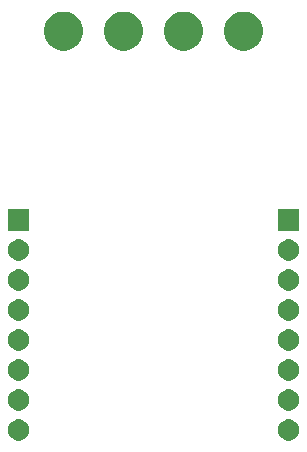
<source format=gbr>
G04 #@! TF.GenerationSoftware,KiCad,Pcbnew,(5.1.5)-3*
G04 #@! TF.CreationDate,2020-05-07T13:41:12+02:00*
G04 #@! TF.ProjectId,TPS25921A_eFuse,54505332-3539-4323-9141-5f6546757365,rev?*
G04 #@! TF.SameCoordinates,Original*
G04 #@! TF.FileFunction,Soldermask,Bot*
G04 #@! TF.FilePolarity,Negative*
%FSLAX46Y46*%
G04 Gerber Fmt 4.6, Leading zero omitted, Abs format (unit mm)*
G04 Created by KiCad (PCBNEW (5.1.5)-3) date 2020-05-07 13:41:12*
%MOMM*%
%LPD*%
G04 APERTURE LIST*
%ADD10C,0.100000*%
G04 APERTURE END LIST*
D10*
G36*
X204583512Y-122293927D02*
G01*
X204732812Y-122323624D01*
X204896784Y-122391544D01*
X205044354Y-122490147D01*
X205169853Y-122615646D01*
X205268456Y-122763216D01*
X205336376Y-122927188D01*
X205371000Y-123101259D01*
X205371000Y-123278741D01*
X205336376Y-123452812D01*
X205268456Y-123616784D01*
X205169853Y-123764354D01*
X205044354Y-123889853D01*
X204896784Y-123988456D01*
X204732812Y-124056376D01*
X204583512Y-124086073D01*
X204558742Y-124091000D01*
X204381258Y-124091000D01*
X204356488Y-124086073D01*
X204207188Y-124056376D01*
X204043216Y-123988456D01*
X203895646Y-123889853D01*
X203770147Y-123764354D01*
X203671544Y-123616784D01*
X203603624Y-123452812D01*
X203569000Y-123278741D01*
X203569000Y-123101259D01*
X203603624Y-122927188D01*
X203671544Y-122763216D01*
X203770147Y-122615646D01*
X203895646Y-122490147D01*
X204043216Y-122391544D01*
X204207188Y-122323624D01*
X204356488Y-122293927D01*
X204381258Y-122289000D01*
X204558742Y-122289000D01*
X204583512Y-122293927D01*
G37*
G36*
X227443512Y-122293927D02*
G01*
X227592812Y-122323624D01*
X227756784Y-122391544D01*
X227904354Y-122490147D01*
X228029853Y-122615646D01*
X228128456Y-122763216D01*
X228196376Y-122927188D01*
X228231000Y-123101259D01*
X228231000Y-123278741D01*
X228196376Y-123452812D01*
X228128456Y-123616784D01*
X228029853Y-123764354D01*
X227904354Y-123889853D01*
X227756784Y-123988456D01*
X227592812Y-124056376D01*
X227443512Y-124086073D01*
X227418742Y-124091000D01*
X227241258Y-124091000D01*
X227216488Y-124086073D01*
X227067188Y-124056376D01*
X226903216Y-123988456D01*
X226755646Y-123889853D01*
X226630147Y-123764354D01*
X226531544Y-123616784D01*
X226463624Y-123452812D01*
X226429000Y-123278741D01*
X226429000Y-123101259D01*
X226463624Y-122927188D01*
X226531544Y-122763216D01*
X226630147Y-122615646D01*
X226755646Y-122490147D01*
X226903216Y-122391544D01*
X227067188Y-122323624D01*
X227216488Y-122293927D01*
X227241258Y-122289000D01*
X227418742Y-122289000D01*
X227443512Y-122293927D01*
G37*
G36*
X204583512Y-119753927D02*
G01*
X204732812Y-119783624D01*
X204896784Y-119851544D01*
X205044354Y-119950147D01*
X205169853Y-120075646D01*
X205268456Y-120223216D01*
X205336376Y-120387188D01*
X205371000Y-120561259D01*
X205371000Y-120738741D01*
X205336376Y-120912812D01*
X205268456Y-121076784D01*
X205169853Y-121224354D01*
X205044354Y-121349853D01*
X204896784Y-121448456D01*
X204732812Y-121516376D01*
X204583512Y-121546073D01*
X204558742Y-121551000D01*
X204381258Y-121551000D01*
X204356488Y-121546073D01*
X204207188Y-121516376D01*
X204043216Y-121448456D01*
X203895646Y-121349853D01*
X203770147Y-121224354D01*
X203671544Y-121076784D01*
X203603624Y-120912812D01*
X203569000Y-120738741D01*
X203569000Y-120561259D01*
X203603624Y-120387188D01*
X203671544Y-120223216D01*
X203770147Y-120075646D01*
X203895646Y-119950147D01*
X204043216Y-119851544D01*
X204207188Y-119783624D01*
X204356488Y-119753927D01*
X204381258Y-119749000D01*
X204558742Y-119749000D01*
X204583512Y-119753927D01*
G37*
G36*
X227443512Y-119753927D02*
G01*
X227592812Y-119783624D01*
X227756784Y-119851544D01*
X227904354Y-119950147D01*
X228029853Y-120075646D01*
X228128456Y-120223216D01*
X228196376Y-120387188D01*
X228231000Y-120561259D01*
X228231000Y-120738741D01*
X228196376Y-120912812D01*
X228128456Y-121076784D01*
X228029853Y-121224354D01*
X227904354Y-121349853D01*
X227756784Y-121448456D01*
X227592812Y-121516376D01*
X227443512Y-121546073D01*
X227418742Y-121551000D01*
X227241258Y-121551000D01*
X227216488Y-121546073D01*
X227067188Y-121516376D01*
X226903216Y-121448456D01*
X226755646Y-121349853D01*
X226630147Y-121224354D01*
X226531544Y-121076784D01*
X226463624Y-120912812D01*
X226429000Y-120738741D01*
X226429000Y-120561259D01*
X226463624Y-120387188D01*
X226531544Y-120223216D01*
X226630147Y-120075646D01*
X226755646Y-119950147D01*
X226903216Y-119851544D01*
X227067188Y-119783624D01*
X227216488Y-119753927D01*
X227241258Y-119749000D01*
X227418742Y-119749000D01*
X227443512Y-119753927D01*
G37*
G36*
X227443512Y-117213927D02*
G01*
X227592812Y-117243624D01*
X227756784Y-117311544D01*
X227904354Y-117410147D01*
X228029853Y-117535646D01*
X228128456Y-117683216D01*
X228196376Y-117847188D01*
X228231000Y-118021259D01*
X228231000Y-118198741D01*
X228196376Y-118372812D01*
X228128456Y-118536784D01*
X228029853Y-118684354D01*
X227904354Y-118809853D01*
X227756784Y-118908456D01*
X227592812Y-118976376D01*
X227443512Y-119006073D01*
X227418742Y-119011000D01*
X227241258Y-119011000D01*
X227216488Y-119006073D01*
X227067188Y-118976376D01*
X226903216Y-118908456D01*
X226755646Y-118809853D01*
X226630147Y-118684354D01*
X226531544Y-118536784D01*
X226463624Y-118372812D01*
X226429000Y-118198741D01*
X226429000Y-118021259D01*
X226463624Y-117847188D01*
X226531544Y-117683216D01*
X226630147Y-117535646D01*
X226755646Y-117410147D01*
X226903216Y-117311544D01*
X227067188Y-117243624D01*
X227216488Y-117213927D01*
X227241258Y-117209000D01*
X227418742Y-117209000D01*
X227443512Y-117213927D01*
G37*
G36*
X204583512Y-117213927D02*
G01*
X204732812Y-117243624D01*
X204896784Y-117311544D01*
X205044354Y-117410147D01*
X205169853Y-117535646D01*
X205268456Y-117683216D01*
X205336376Y-117847188D01*
X205371000Y-118021259D01*
X205371000Y-118198741D01*
X205336376Y-118372812D01*
X205268456Y-118536784D01*
X205169853Y-118684354D01*
X205044354Y-118809853D01*
X204896784Y-118908456D01*
X204732812Y-118976376D01*
X204583512Y-119006073D01*
X204558742Y-119011000D01*
X204381258Y-119011000D01*
X204356488Y-119006073D01*
X204207188Y-118976376D01*
X204043216Y-118908456D01*
X203895646Y-118809853D01*
X203770147Y-118684354D01*
X203671544Y-118536784D01*
X203603624Y-118372812D01*
X203569000Y-118198741D01*
X203569000Y-118021259D01*
X203603624Y-117847188D01*
X203671544Y-117683216D01*
X203770147Y-117535646D01*
X203895646Y-117410147D01*
X204043216Y-117311544D01*
X204207188Y-117243624D01*
X204356488Y-117213927D01*
X204381258Y-117209000D01*
X204558742Y-117209000D01*
X204583512Y-117213927D01*
G37*
G36*
X227443512Y-114673927D02*
G01*
X227592812Y-114703624D01*
X227756784Y-114771544D01*
X227904354Y-114870147D01*
X228029853Y-114995646D01*
X228128456Y-115143216D01*
X228196376Y-115307188D01*
X228231000Y-115481259D01*
X228231000Y-115658741D01*
X228196376Y-115832812D01*
X228128456Y-115996784D01*
X228029853Y-116144354D01*
X227904354Y-116269853D01*
X227756784Y-116368456D01*
X227592812Y-116436376D01*
X227443512Y-116466073D01*
X227418742Y-116471000D01*
X227241258Y-116471000D01*
X227216488Y-116466073D01*
X227067188Y-116436376D01*
X226903216Y-116368456D01*
X226755646Y-116269853D01*
X226630147Y-116144354D01*
X226531544Y-115996784D01*
X226463624Y-115832812D01*
X226429000Y-115658741D01*
X226429000Y-115481259D01*
X226463624Y-115307188D01*
X226531544Y-115143216D01*
X226630147Y-114995646D01*
X226755646Y-114870147D01*
X226903216Y-114771544D01*
X227067188Y-114703624D01*
X227216488Y-114673927D01*
X227241258Y-114669000D01*
X227418742Y-114669000D01*
X227443512Y-114673927D01*
G37*
G36*
X204583512Y-114673927D02*
G01*
X204732812Y-114703624D01*
X204896784Y-114771544D01*
X205044354Y-114870147D01*
X205169853Y-114995646D01*
X205268456Y-115143216D01*
X205336376Y-115307188D01*
X205371000Y-115481259D01*
X205371000Y-115658741D01*
X205336376Y-115832812D01*
X205268456Y-115996784D01*
X205169853Y-116144354D01*
X205044354Y-116269853D01*
X204896784Y-116368456D01*
X204732812Y-116436376D01*
X204583512Y-116466073D01*
X204558742Y-116471000D01*
X204381258Y-116471000D01*
X204356488Y-116466073D01*
X204207188Y-116436376D01*
X204043216Y-116368456D01*
X203895646Y-116269853D01*
X203770147Y-116144354D01*
X203671544Y-115996784D01*
X203603624Y-115832812D01*
X203569000Y-115658741D01*
X203569000Y-115481259D01*
X203603624Y-115307188D01*
X203671544Y-115143216D01*
X203770147Y-114995646D01*
X203895646Y-114870147D01*
X204043216Y-114771544D01*
X204207188Y-114703624D01*
X204356488Y-114673927D01*
X204381258Y-114669000D01*
X204558742Y-114669000D01*
X204583512Y-114673927D01*
G37*
G36*
X204583512Y-112133927D02*
G01*
X204732812Y-112163624D01*
X204896784Y-112231544D01*
X205044354Y-112330147D01*
X205169853Y-112455646D01*
X205268456Y-112603216D01*
X205336376Y-112767188D01*
X205371000Y-112941259D01*
X205371000Y-113118741D01*
X205336376Y-113292812D01*
X205268456Y-113456784D01*
X205169853Y-113604354D01*
X205044354Y-113729853D01*
X204896784Y-113828456D01*
X204732812Y-113896376D01*
X204583512Y-113926073D01*
X204558742Y-113931000D01*
X204381258Y-113931000D01*
X204356488Y-113926073D01*
X204207188Y-113896376D01*
X204043216Y-113828456D01*
X203895646Y-113729853D01*
X203770147Y-113604354D01*
X203671544Y-113456784D01*
X203603624Y-113292812D01*
X203569000Y-113118741D01*
X203569000Y-112941259D01*
X203603624Y-112767188D01*
X203671544Y-112603216D01*
X203770147Y-112455646D01*
X203895646Y-112330147D01*
X204043216Y-112231544D01*
X204207188Y-112163624D01*
X204356488Y-112133927D01*
X204381258Y-112129000D01*
X204558742Y-112129000D01*
X204583512Y-112133927D01*
G37*
G36*
X227443512Y-112133927D02*
G01*
X227592812Y-112163624D01*
X227756784Y-112231544D01*
X227904354Y-112330147D01*
X228029853Y-112455646D01*
X228128456Y-112603216D01*
X228196376Y-112767188D01*
X228231000Y-112941259D01*
X228231000Y-113118741D01*
X228196376Y-113292812D01*
X228128456Y-113456784D01*
X228029853Y-113604354D01*
X227904354Y-113729853D01*
X227756784Y-113828456D01*
X227592812Y-113896376D01*
X227443512Y-113926073D01*
X227418742Y-113931000D01*
X227241258Y-113931000D01*
X227216488Y-113926073D01*
X227067188Y-113896376D01*
X226903216Y-113828456D01*
X226755646Y-113729853D01*
X226630147Y-113604354D01*
X226531544Y-113456784D01*
X226463624Y-113292812D01*
X226429000Y-113118741D01*
X226429000Y-112941259D01*
X226463624Y-112767188D01*
X226531544Y-112603216D01*
X226630147Y-112455646D01*
X226755646Y-112330147D01*
X226903216Y-112231544D01*
X227067188Y-112163624D01*
X227216488Y-112133927D01*
X227241258Y-112129000D01*
X227418742Y-112129000D01*
X227443512Y-112133927D01*
G37*
G36*
X227443512Y-109593927D02*
G01*
X227592812Y-109623624D01*
X227756784Y-109691544D01*
X227904354Y-109790147D01*
X228029853Y-109915646D01*
X228128456Y-110063216D01*
X228196376Y-110227188D01*
X228231000Y-110401259D01*
X228231000Y-110578741D01*
X228196376Y-110752812D01*
X228128456Y-110916784D01*
X228029853Y-111064354D01*
X227904354Y-111189853D01*
X227756784Y-111288456D01*
X227592812Y-111356376D01*
X227443512Y-111386073D01*
X227418742Y-111391000D01*
X227241258Y-111391000D01*
X227216488Y-111386073D01*
X227067188Y-111356376D01*
X226903216Y-111288456D01*
X226755646Y-111189853D01*
X226630147Y-111064354D01*
X226531544Y-110916784D01*
X226463624Y-110752812D01*
X226429000Y-110578741D01*
X226429000Y-110401259D01*
X226463624Y-110227188D01*
X226531544Y-110063216D01*
X226630147Y-109915646D01*
X226755646Y-109790147D01*
X226903216Y-109691544D01*
X227067188Y-109623624D01*
X227216488Y-109593927D01*
X227241258Y-109589000D01*
X227418742Y-109589000D01*
X227443512Y-109593927D01*
G37*
G36*
X204583512Y-109593927D02*
G01*
X204732812Y-109623624D01*
X204896784Y-109691544D01*
X205044354Y-109790147D01*
X205169853Y-109915646D01*
X205268456Y-110063216D01*
X205336376Y-110227188D01*
X205371000Y-110401259D01*
X205371000Y-110578741D01*
X205336376Y-110752812D01*
X205268456Y-110916784D01*
X205169853Y-111064354D01*
X205044354Y-111189853D01*
X204896784Y-111288456D01*
X204732812Y-111356376D01*
X204583512Y-111386073D01*
X204558742Y-111391000D01*
X204381258Y-111391000D01*
X204356488Y-111386073D01*
X204207188Y-111356376D01*
X204043216Y-111288456D01*
X203895646Y-111189853D01*
X203770147Y-111064354D01*
X203671544Y-110916784D01*
X203603624Y-110752812D01*
X203569000Y-110578741D01*
X203569000Y-110401259D01*
X203603624Y-110227188D01*
X203671544Y-110063216D01*
X203770147Y-109915646D01*
X203895646Y-109790147D01*
X204043216Y-109691544D01*
X204207188Y-109623624D01*
X204356488Y-109593927D01*
X204381258Y-109589000D01*
X204558742Y-109589000D01*
X204583512Y-109593927D01*
G37*
G36*
X204583512Y-107053927D02*
G01*
X204732812Y-107083624D01*
X204896784Y-107151544D01*
X205044354Y-107250147D01*
X205169853Y-107375646D01*
X205268456Y-107523216D01*
X205336376Y-107687188D01*
X205371000Y-107861259D01*
X205371000Y-108038741D01*
X205336376Y-108212812D01*
X205268456Y-108376784D01*
X205169853Y-108524354D01*
X205044354Y-108649853D01*
X204896784Y-108748456D01*
X204732812Y-108816376D01*
X204583512Y-108846073D01*
X204558742Y-108851000D01*
X204381258Y-108851000D01*
X204356488Y-108846073D01*
X204207188Y-108816376D01*
X204043216Y-108748456D01*
X203895646Y-108649853D01*
X203770147Y-108524354D01*
X203671544Y-108376784D01*
X203603624Y-108212812D01*
X203569000Y-108038741D01*
X203569000Y-107861259D01*
X203603624Y-107687188D01*
X203671544Y-107523216D01*
X203770147Y-107375646D01*
X203895646Y-107250147D01*
X204043216Y-107151544D01*
X204207188Y-107083624D01*
X204356488Y-107053927D01*
X204381258Y-107049000D01*
X204558742Y-107049000D01*
X204583512Y-107053927D01*
G37*
G36*
X227443512Y-107053927D02*
G01*
X227592812Y-107083624D01*
X227756784Y-107151544D01*
X227904354Y-107250147D01*
X228029853Y-107375646D01*
X228128456Y-107523216D01*
X228196376Y-107687188D01*
X228231000Y-107861259D01*
X228231000Y-108038741D01*
X228196376Y-108212812D01*
X228128456Y-108376784D01*
X228029853Y-108524354D01*
X227904354Y-108649853D01*
X227756784Y-108748456D01*
X227592812Y-108816376D01*
X227443512Y-108846073D01*
X227418742Y-108851000D01*
X227241258Y-108851000D01*
X227216488Y-108846073D01*
X227067188Y-108816376D01*
X226903216Y-108748456D01*
X226755646Y-108649853D01*
X226630147Y-108524354D01*
X226531544Y-108376784D01*
X226463624Y-108212812D01*
X226429000Y-108038741D01*
X226429000Y-107861259D01*
X226463624Y-107687188D01*
X226531544Y-107523216D01*
X226630147Y-107375646D01*
X226755646Y-107250147D01*
X226903216Y-107151544D01*
X227067188Y-107083624D01*
X227216488Y-107053927D01*
X227241258Y-107049000D01*
X227418742Y-107049000D01*
X227443512Y-107053927D01*
G37*
G36*
X228231000Y-106311000D02*
G01*
X226429000Y-106311000D01*
X226429000Y-104509000D01*
X228231000Y-104509000D01*
X228231000Y-106311000D01*
G37*
G36*
X205371000Y-106311000D02*
G01*
X203569000Y-106311000D01*
X203569000Y-104509000D01*
X205371000Y-104509000D01*
X205371000Y-106311000D01*
G37*
G36*
X223895256Y-87799298D02*
G01*
X224001579Y-87820447D01*
X224302042Y-87944903D01*
X224572451Y-88125585D01*
X224802415Y-88355549D01*
X224983097Y-88625958D01*
X225107553Y-88926421D01*
X225171000Y-89245391D01*
X225171000Y-89570609D01*
X225107553Y-89889579D01*
X224983097Y-90190042D01*
X224802415Y-90460451D01*
X224572451Y-90690415D01*
X224302042Y-90871097D01*
X224001579Y-90995553D01*
X223895256Y-91016702D01*
X223682611Y-91059000D01*
X223357389Y-91059000D01*
X223144744Y-91016702D01*
X223038421Y-90995553D01*
X222737958Y-90871097D01*
X222467549Y-90690415D01*
X222237585Y-90460451D01*
X222056903Y-90190042D01*
X221932447Y-89889579D01*
X221869000Y-89570609D01*
X221869000Y-89245391D01*
X221932447Y-88926421D01*
X222056903Y-88625958D01*
X222237585Y-88355549D01*
X222467549Y-88125585D01*
X222737958Y-87944903D01*
X223038421Y-87820447D01*
X223144744Y-87799298D01*
X223357389Y-87757000D01*
X223682611Y-87757000D01*
X223895256Y-87799298D01*
G37*
G36*
X213735256Y-87799298D02*
G01*
X213841579Y-87820447D01*
X214142042Y-87944903D01*
X214412451Y-88125585D01*
X214642415Y-88355549D01*
X214823097Y-88625958D01*
X214947553Y-88926421D01*
X215011000Y-89245391D01*
X215011000Y-89570609D01*
X214947553Y-89889579D01*
X214823097Y-90190042D01*
X214642415Y-90460451D01*
X214412451Y-90690415D01*
X214142042Y-90871097D01*
X213841579Y-90995553D01*
X213735256Y-91016702D01*
X213522611Y-91059000D01*
X213197389Y-91059000D01*
X212984744Y-91016702D01*
X212878421Y-90995553D01*
X212577958Y-90871097D01*
X212307549Y-90690415D01*
X212077585Y-90460451D01*
X211896903Y-90190042D01*
X211772447Y-89889579D01*
X211709000Y-89570609D01*
X211709000Y-89245391D01*
X211772447Y-88926421D01*
X211896903Y-88625958D01*
X212077585Y-88355549D01*
X212307549Y-88125585D01*
X212577958Y-87944903D01*
X212878421Y-87820447D01*
X212984744Y-87799298D01*
X213197389Y-87757000D01*
X213522611Y-87757000D01*
X213735256Y-87799298D01*
G37*
G36*
X208655256Y-87799298D02*
G01*
X208761579Y-87820447D01*
X209062042Y-87944903D01*
X209332451Y-88125585D01*
X209562415Y-88355549D01*
X209743097Y-88625958D01*
X209867553Y-88926421D01*
X209931000Y-89245391D01*
X209931000Y-89570609D01*
X209867553Y-89889579D01*
X209743097Y-90190042D01*
X209562415Y-90460451D01*
X209332451Y-90690415D01*
X209062042Y-90871097D01*
X208761579Y-90995553D01*
X208655256Y-91016702D01*
X208442611Y-91059000D01*
X208117389Y-91059000D01*
X207904744Y-91016702D01*
X207798421Y-90995553D01*
X207497958Y-90871097D01*
X207227549Y-90690415D01*
X206997585Y-90460451D01*
X206816903Y-90190042D01*
X206692447Y-89889579D01*
X206629000Y-89570609D01*
X206629000Y-89245391D01*
X206692447Y-88926421D01*
X206816903Y-88625958D01*
X206997585Y-88355549D01*
X207227549Y-88125585D01*
X207497958Y-87944903D01*
X207798421Y-87820447D01*
X207904744Y-87799298D01*
X208117389Y-87757000D01*
X208442611Y-87757000D01*
X208655256Y-87799298D01*
G37*
G36*
X218815256Y-87799298D02*
G01*
X218921579Y-87820447D01*
X219222042Y-87944903D01*
X219492451Y-88125585D01*
X219722415Y-88355549D01*
X219903097Y-88625958D01*
X220027553Y-88926421D01*
X220091000Y-89245391D01*
X220091000Y-89570609D01*
X220027553Y-89889579D01*
X219903097Y-90190042D01*
X219722415Y-90460451D01*
X219492451Y-90690415D01*
X219222042Y-90871097D01*
X218921579Y-90995553D01*
X218815256Y-91016702D01*
X218602611Y-91059000D01*
X218277389Y-91059000D01*
X218064744Y-91016702D01*
X217958421Y-90995553D01*
X217657958Y-90871097D01*
X217387549Y-90690415D01*
X217157585Y-90460451D01*
X216976903Y-90190042D01*
X216852447Y-89889579D01*
X216789000Y-89570609D01*
X216789000Y-89245391D01*
X216852447Y-88926421D01*
X216976903Y-88625958D01*
X217157585Y-88355549D01*
X217387549Y-88125585D01*
X217657958Y-87944903D01*
X217958421Y-87820447D01*
X218064744Y-87799298D01*
X218277389Y-87757000D01*
X218602611Y-87757000D01*
X218815256Y-87799298D01*
G37*
M02*

</source>
